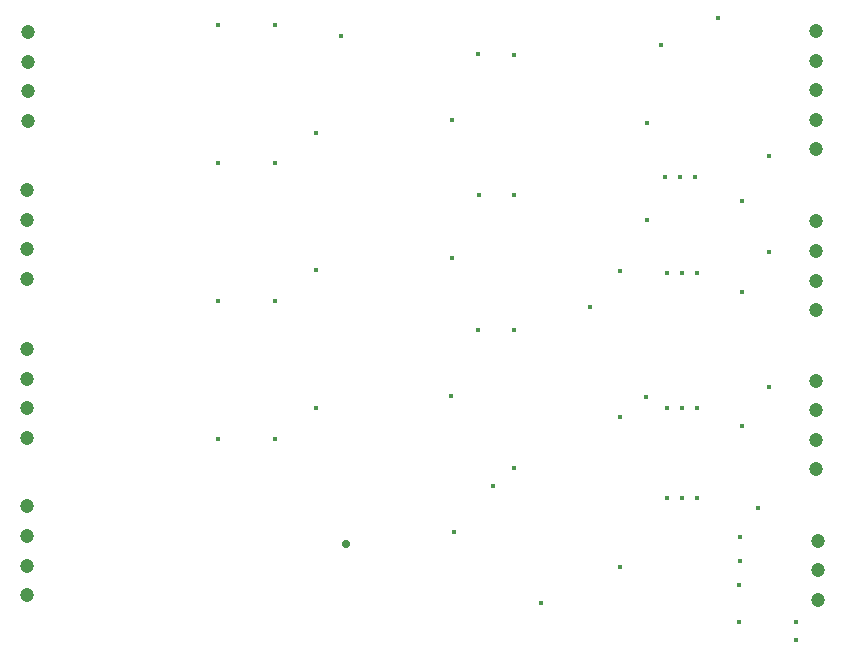
<source format=gbr>
%TF.GenerationSoftware,Altium Limited,Altium Designer,23.2.1 (34)*%
G04 Layer_Color=0*
%FSLAX45Y45*%
%MOMM*%
%TF.SameCoordinates,D2495298-5ADA-4058-9D5E-391355C30085*%
%TF.FilePolarity,Positive*%
%TF.FileFunction,Plated,1,2,PTH,Drill*%
%TF.Part,Single*%
G01*
G75*
%TA.AperFunction,ComponentDrill*%
%ADD45C,1.20000*%
%TA.AperFunction,ViaDrill,NotFilled*%
%ADD46C,0.38100*%
%ADD47C,0.71120*%
D45*
X11029500Y11115800D02*
D03*
Y11365800D02*
D03*
Y11615800D02*
D03*
Y11865800D02*
D03*
Y12115800D02*
D03*
X4350200Y10019601D02*
D03*
Y10269602D02*
D03*
Y10519602D02*
D03*
Y10769602D02*
D03*
Y7340600D02*
D03*
Y7590600D02*
D03*
Y7840600D02*
D03*
Y8090600D02*
D03*
Y9423402D02*
D03*
Y9173402D02*
D03*
Y8923402D02*
D03*
Y8673401D02*
D03*
X11029500Y9753598D02*
D03*
Y10003598D02*
D03*
Y10253598D02*
D03*
Y10503598D02*
D03*
X4356100Y12107800D02*
D03*
Y11857800D02*
D03*
Y11607800D02*
D03*
Y11357800D02*
D03*
X11029500Y8406700D02*
D03*
Y8656700D02*
D03*
Y8906700D02*
D03*
Y9156700D02*
D03*
X11042200Y7302499D02*
D03*
Y7552499D02*
D03*
Y7802499D02*
D03*
D46*
X8293100Y8267700D02*
D03*
X9372600Y7581900D02*
D03*
X6451600Y9829800D02*
D03*
X5969000D02*
D03*
X10629900Y11061700D02*
D03*
X10198100Y12230100D02*
D03*
X10858500Y7112000D02*
D03*
X7010400Y12077700D02*
D03*
X8166100Y9588500D02*
D03*
Y11925300D02*
D03*
X8178800Y10731500D02*
D03*
X9118600Y9779000D02*
D03*
X10401300Y10680700D02*
D03*
X7950200Y11366500D02*
D03*
X7962900Y7874000D02*
D03*
X7937500Y9029700D02*
D03*
X7950200Y10198100D02*
D03*
X6794500Y10096500D02*
D03*
Y11252200D02*
D03*
Y8928100D02*
D03*
X10401300Y8775700D02*
D03*
X9601200Y11341100D02*
D03*
X10401300Y9906000D02*
D03*
X9588500Y9017000D02*
D03*
X10541000Y8077200D02*
D03*
X10858500Y6959600D02*
D03*
X8699500Y7277100D02*
D03*
X10388600Y7632700D02*
D03*
X9715500Y12001500D02*
D03*
X9372600Y10083800D02*
D03*
X9601200Y10515600D02*
D03*
X5969000Y12166600D02*
D03*
Y10998200D02*
D03*
Y8661400D02*
D03*
X9372600Y8851900D02*
D03*
X10629900Y9105900D02*
D03*
Y10248900D02*
D03*
X6451600Y12166600D02*
D03*
Y10998200D02*
D03*
Y8661400D02*
D03*
X8470900Y11912600D02*
D03*
Y10731500D02*
D03*
Y9588500D02*
D03*
Y8420100D02*
D03*
X10375900Y7429500D02*
D03*
X10388600Y7835900D02*
D03*
X9753600Y10883900D02*
D03*
X10007600D02*
D03*
X9880600D02*
D03*
X9893300Y10071100D02*
D03*
X10020300D02*
D03*
X9766300D02*
D03*
X10020300Y8166100D02*
D03*
X9766300Y8928100D02*
D03*
X10020300D02*
D03*
X9893300D02*
D03*
Y8166100D02*
D03*
X9766300D02*
D03*
X10375900Y7112000D02*
D03*
D47*
X7048500Y7772400D02*
D03*
%TF.MD5,2eda8fdc0ffad2d7b694b8ffa0cf4f74*%
M02*

</source>
